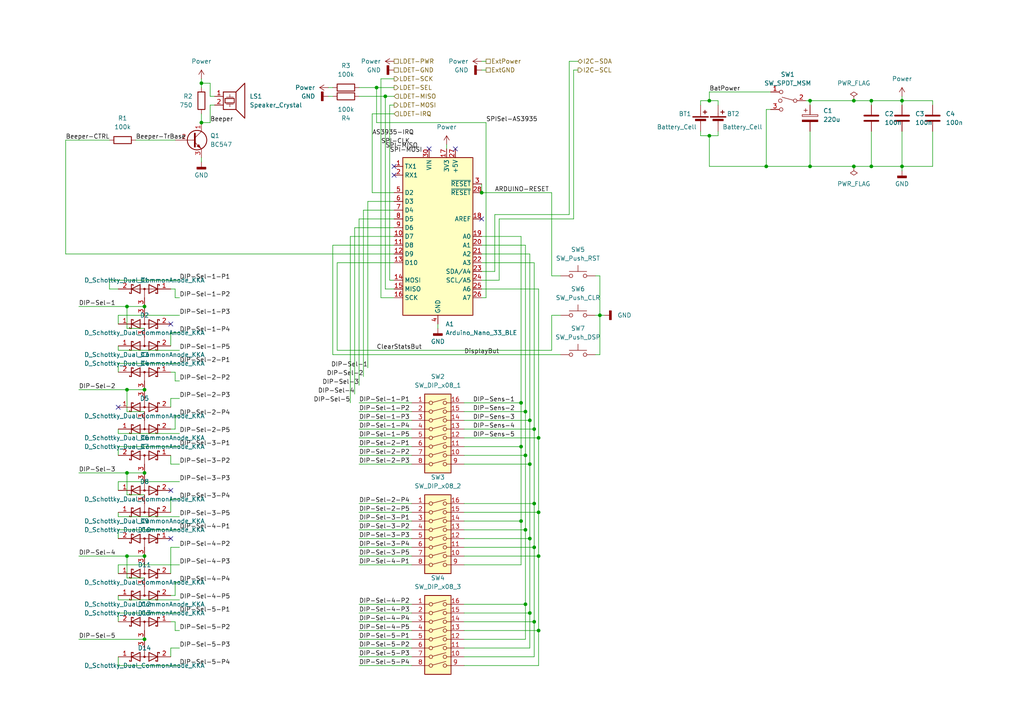
<source format=kicad_sch>
(kicad_sch (version 20231120) (generator "eeschema") (generator_version "8.0")
  (paper "A4")
  (title_block (title "Lightning Detector") (date "2025-01-02") (rev "v0.5.1") (comment 1 "Licensed under CERN-OHL-W version 2, or (at your option) any later version") (comment 2 "Copyright (C) 2024–2025 M. Frohne"))
  (lib_symbols
    (symbol "Device:Battery_Cell" (pin_numbers hide) (pin_names (offset 0) hide)
      (property "Reference" "BT" (at 2.54 2.54 0))
      (property "Value" "Battery_Cell" (at 2.54 0 0))
      (symbol "Battery_Cell_0_1"
        (rectangle (start -2.286 1.778) (end 2.286 1.524) (fill (type outline)))
        (rectangle (start -1.524 1.016) (end 1.524 0.508) (fill (type outline)))
        (polyline (pts (xy 0 0.762) (xy 0 0)))
        (polyline (pts (xy 0 1.778) (xy 0 2.54)))
        (polyline (pts (xy 0.762 3.048) (xy 1.778 3.048)) (stroke (width 0.254)))
        (polyline (pts (xy 1.27 3.556) (xy 1.27 2.54)) (stroke (width 0.254)))
      )
      (symbol "Battery_Cell_1_1"
        (pin passive line (at 0 5.08 270) (length 2.54) (name "+") (number "1"))
        (pin passive line (at 0 -2.54 90) (length 2.54) (name "-") (number "2"))
      )
    )
    (symbol "Device:C" (pin_numbers hide) (pin_names (offset 0.254))
      (property "Reference" "C" (at 0.635 2.54 0))
      (property "Value" "C" (at 0.635 -2.54 0))
      (symbol "C_0_1"
        (polyline (pts (xy -2.032 -0.762) (xy 2.032 -0.762)) (stroke (width 0.508)))
        (polyline (pts (xy -2.032 0.762) (xy 2.032 0.762)) (stroke (width 0.508)))
      )
      (symbol "C_1_1"
        (pin passive line (at 0 3.81 270) (length 2.794) (name "~") (number "1"))
        (pin passive line (at 0 -3.81 90) (length 2.794) (name "~") (number "2"))
      )
    )
    (symbol "Device:C_Polarized" (pin_numbers hide) (pin_names (offset 0.254))
      (property "Reference" "C" (at 0.635 2.54 0))
      (property "Value" "C_Polarized" (at 0.635 -2.54 0))
      (symbol "C_Polarized_0_1"
        (rectangle (start -2.286 0.508) (end 2.286 1.016))
        (polyline (pts (xy -1.778 2.286) (xy -0.762 2.286)))
        (polyline (pts (xy -1.27 2.794) (xy -1.27 1.778)))
        (rectangle (start 2.286 -0.508) (end -2.286 -1.016) (fill (type outline)))
      )
      (symbol "C_Polarized_1_1"
        (pin passive line (at 0 3.81 270) (length 2.794) (name "~") (number "1"))
        (pin passive line (at 0 -3.81 90) (length 2.794) (name "~") (number "2"))
      )
    )
    (symbol "Device:D_Schottky_Dual_CommonAnode_KKA" (pin_names (offset 0.762) hide)
      (property "Reference" "D" (at 1.27 -2.54 0))
      (property "Value" "D_Schottky_Dual_CommonAnode_KKA" (at 0 2.54 0))
      (symbol "D_Schottky_Dual_CommonAnode_KKA_0_1"
        (polyline (pts (xy -3.556 0) (xy 3.81 0)))
        (polyline (pts (xy 0 0) (xy 0 -2.54)))
        (polyline (pts (xy -3.81 1.27) (xy -3.81 -1.27) (xy -3.81 -1.27)) (stroke (width 0.254)))
        (polyline (pts (xy 3.81 1.27) (xy 3.81 -1.27) (xy 3.81 -1.27)) (stroke (width 0.254)))
        (polyline (pts (xy -3.81 1.27) (xy -4.318 1.27) (xy -4.318 1.016) (xy -4.318 1.016)) (stroke (width 0.254)))
        (polyline (pts (xy 3.81 -1.27) (xy 4.318 -1.27) (xy 4.318 -1.016) (xy 4.318 -1.016)) (stroke (width 0.254)))
        (polyline (pts (xy 3.81 1.27) (xy 3.302 1.27) (xy 3.302 1.016) (xy 3.302 1.016)) (stroke (width 0.254)))
        (polyline (pts (xy -3.302 -1.016) (xy -3.302 -1.27) (xy -3.81 -1.27) (xy -3.81 -1.27) (xy -3.81 -1.27)) (stroke (width 0.254)))
        (polyline (pts (xy -1.27 -1.27) (xy -3.81 0) (xy -1.27 1.27) (xy -1.27 -1.27) (xy -1.27 -1.27) (xy -1.27 -1.27)) (stroke (width 0.254)))
        (polyline (pts (xy 1.27 1.27) (xy 3.81 0) (xy 1.27 -1.27) (xy 1.27 1.27) (xy 1.27 1.27) (xy 1.27 1.27)) (stroke (width 0.254)))
        (circle (center 0 0) (radius 0.254) (fill (type outline)))
        (pin passive line (at -7.62 0 0) (length 3.81) (name "K") (number "1"))
        (pin passive line (at 7.62 0 180) (length 3.81) (name "K") (number "2"))
        (pin passive line (at 0 -5.08 90) (length 2.54) (name "A") (number "3"))
      )
    )
    (symbol "Device:R" (pin_numbers hide) (pin_names (offset 0))
      (property "Reference" "R" (at 2.032 0 90))
      (property "Value" "R" (at 0 0 90))
      (symbol "R_0_1"
        (rectangle (start -1.016 -2.54) (end 1.016 2.54) (stroke (width 0.254)))
      )
      (symbol "R_1_1"
        (pin passive line (at 0 3.81 270) (length 1.27) (name "~") (number "1"))
        (pin passive line (at 0 -3.81 90) (length 1.27) (name "~") (number "2"))
      )
    )
    (symbol "Device:Speaker_Crystal" (pin_names (offset 0) hide)
      (property "Reference" "LS" (at 0.635 5.715 0))
      (property "Value" "Speaker_Crystal" (at 0.635 3.81 0))
      (symbol "Speaker_Crystal_0_0"
        (rectangle (start -2.54 1.27) (end 1.143 -3.81) (stroke (width 0.254)))
        (rectangle (start -2.032 -0.635) (end 0.635 -1.905) (stroke (width 0.254)))
        (polyline (pts (xy -1.651 -2.286) (xy 0.381 -2.286)))
        (polyline (pts (xy -1.651 -0.254) (xy 0.381 -0.254)))
        (polyline (pts (xy -0.635 -2.286) (xy -0.635 -3.048)))
        (polyline (pts (xy -0.635 -0.254) (xy -0.635 0.508)))
        (polyline (pts (xy 1.143 1.27) (xy 3.683 3.81) (xy 3.683 -6.35) (xy 1.143 -3.81)) (stroke (width 0.254)))
      )
      (symbol "Speaker_Crystal_1_1"
        (pin input line (at -5.08 0 0) (length 2.54) (name "1") (number "1"))
        (pin input line (at -5.08 -2.54 0) (length 2.54) (name "2") (number "2"))
      )
    )
    (symbol "MCU_Module:Arduino_Nano_Every"
      (property "Reference" "A" (at -10.16 23.495 0))
      (property "Value" "Arduino_Nano_Every" (at 5.08 -24.13 0))
      (symbol "Arduino_Nano_Every_0_1"
        (rectangle (start -10.16 22.86) (end 10.16 -22.86) (stroke (width 0.254)) (fill (type background)))
      )
      (symbol "Arduino_Nano_Every_1_1"
        (pin bidirectional line (at -12.7 20.32 0) (length 2.54) (name "TX1") (number "1"))
        (pin bidirectional line (at -12.7 0 0) (length 2.54) (name "D7") (number "10"))
        (pin bidirectional line (at -12.7 -2.54 0) (length 2.54) (name "D8") (number "11"))
        (pin bidirectional line (at -12.7 -5.08 0) (length 2.54) (name "D9") (number "12"))
        (pin bidirectional line (at -12.7 -7.62 0) (length 2.54) (name "D10") (number "13"))
        (pin bidirectional line (at -12.7 -12.7 0) (length 2.54) (name "MOSI") (number "14"))
        (pin bidirectional line (at -12.7 -15.24 0) (length 2.54) (name "MISO") (number "15"))
        (pin bidirectional line (at -12.7 -17.78 0) (length 2.54) (name "SCK") (number "16"))
        (pin power_out line (at 2.54 25.4 270) (length 2.54) (name "3V3") (number "17"))
        (pin input line (at 12.7 5.08 180) (length 2.54) (name "AREF") (number "18"))
        (pin bidirectional line (at 12.7 0 180) (length 2.54) (name "A0") (number "19"))
        (pin bidirectional line (at -12.7 17.78 0) (length 2.54) (name "RX1") (number "2"))
        (pin bidirectional line (at 12.7 -2.54 180) (length 2.54) (name "A1") (number "20"))
        (pin bidirectional line (at 12.7 -5.08 180) (length 2.54) (name "A2") (number "21"))
        (pin bidirectional line (at 12.7 -7.62 180) (length 2.54) (name "A3") (number "22"))
        (pin bidirectional line (at 12.7 -10.16 180) (length 2.54) (name "SDA/A4") (number "23"))
        (pin bidirectional line (at 12.7 -12.7 180) (length 2.54) (name "SCL/A5") (number "24"))
        (pin bidirectional line (at 12.7 -15.24 180) (length 2.54) (name "A6") (number "25"))
        (pin bidirectional line (at 12.7 -17.78 180) (length 2.54) (name "A7") (number "26"))
        (pin power_out line (at 5.08 25.4 270) (length 2.54) (name "+5V") (number "27"))
        (pin input line (at 12.7 12.7 180) (length 2.54) (name "~{RESET}") (number "28"))
        (pin passive line (at 0 -25.4 90) (length 2.54) hide (name "GND") (number "29"))
        (pin input line (at 12.7 15.24 180) (length 2.54) (name "~{RESET}") (number "3"))
        (pin power_in line (at -2.54 25.4 270) (length 2.54) (name "VIN") (number "30"))
        (pin power_in line (at 0 -25.4 90) (length 2.54) (name "GND") (number "4"))
        (pin bidirectional line (at -12.7 12.7 0) (length 2.54) (name "D2") (number "5"))
        (pin bidirectional line (at -12.7 10.16 0) (length 2.54) (name "D3") (number "6"))
        (pin bidirectional line (at -12.7 7.62 0) (length 2.54) (name "D4") (number "7"))
        (pin bidirectional line (at -12.7 5.08 0) (length 2.54) (name "D5") (number "8"))
        (pin bidirectional line (at -12.7 2.54 0) (length 2.54) (name "D6") (number "9"))
      )
    )
    (symbol "ProjectLibrary:GND" (power) (pin_names (offset 0))
      (property "Value" "GND" (at 0 -3.81 0))
      (symbol "GND_0_1"
        (rectangle (start -1.27 -1.524) (end 1.27 -2.032) (stroke (width 0.254)) (fill (type outline)))
        (polyline (pts (xy 0 0) (xy 0 -1.524)))
      )
      (symbol "GND_1_1"
        (pin power_in line (at 0 0 270) (length 0) hide (name "GND") (number "1"))
      )
    )
    (symbol "ProjectLibrary:Power" (power) (pin_names (offset 0))
      (property "Value" "Power" (at 0 5.08 0))
      (symbol "Power_0_1"
        (polyline (pts (xy -0.762 1.27) (xy 0 2.54)))
        (polyline (pts (xy 0 0) (xy 0 2.54)))
        (polyline (pts (xy 0 2.54) (xy 0.762 1.27)))
      )
      (symbol "Power_1_1"
        (pin power_in line (at 0 0 90) (length 0) hide (name "Power") (number "1"))
      )
    )
    (symbol "Switch:SW_DIP_x08" (pin_names (offset 0) hide)
      (property "Reference" "SW" (at 0 13.97 0))
      (property "Value" "SW_DIP_x08" (at 0 -11.43 0))
      (symbol "SW_DIP_x08_0_0"
        (circle (center -2.032 -7.62) (radius 0.508))
        (circle (center -2.032 -5.08) (radius 0.508))
        (circle (center -2.032 -2.54) (radius 0.508))
        (circle (center -2.032 0) (radius 0.508))
        (circle (center -2.032 2.54) (radius 0.508))
        (circle (center -2.032 5.08) (radius 0.508))
        (circle (center -2.032 7.62) (radius 0.508))
        (circle (center -2.032 10.16) (radius 0.508))
        (polyline (pts (xy -1.524 -7.4676) (xy 2.3622 -6.4262)))
        (polyline (pts (xy -1.524 -4.9276) (xy 2.3622 -3.8862)))
        (polyline (pts (xy -1.524 -2.3876) (xy 2.3622 -1.3462)))
        (polyline (pts (xy -1.524 0.127) (xy 2.3622 1.1684)))
        (polyline (pts (xy -1.524 2.667) (xy 2.3622 3.7084)))
        (polyline (pts (xy -1.524 5.207) (xy 2.3622 6.2484)))
        (polyline (pts (xy -1.524 7.747) (xy 2.3622 8.7884)))
        (polyline (pts (xy -1.524 10.287) (xy 2.3622 11.3284)))
        (circle (center 2.032 -7.62) (radius 0.508))
        (circle (center 2.032 -5.08) (radius 0.508))
        (circle (center 2.032 -2.54) (radius 0.508))
        (circle (center 2.032 0) (radius 0.508))
        (circle (center 2.032 2.54) (radius 0.508))
        (circle (center 2.032 5.08) (radius 0.508))
        (circle (center 2.032 7.62) (radius 0.508))
        (circle (center 2.032 10.16) (radius 0.508))
      )
      (symbol "SW_DIP_x08_0_1"
        (rectangle (start -3.81 12.7) (end 3.81 -10.16) (stroke (width 0.254)) (fill (type background)))
      )
      (symbol "SW_DIP_x08_1_1"
        (pin passive line (at -7.62 10.16 0) (length 5.08) (name "~") (number "1"))
        (pin passive line (at 7.62 -5.08 180) (length 5.08) (name "~") (number "10"))
        (pin passive line (at 7.62 -2.54 180) (length 5.08) (name "~") (number "11"))
        (pin passive line (at 7.62 0 180) (length 5.08) (name "~") (number "12"))
        (pin passive line (at 7.62 2.54 180) (length 5.08) (name "~") (number "13"))
        (pin passive line (at 7.62 5.08 180) (length 5.08) (name "~") (number "14"))
        (pin passive line (at 7.62 7.62 180) (length 5.08) (name "~") (number "15"))
        (pin passive line (at 7.62 10.16 180) (length 5.08) (name "~") (number "16"))
        (pin passive line (at -7.62 7.62 0) (length 5.08) (name "~") (number "2"))
        (pin passive line (at -7.62 5.08 0) (length 5.08) (name "~") (number "3"))
        (pin passive line (at -7.62 2.54 0) (length 5.08) (name "~") (number "4"))
        (pin passive line (at -7.62 0 0) (length 5.08) (name "~") (number "5"))
        (pin passive line (at -7.62 -2.54 0) (length 5.08) (name "~") (number "6"))
        (pin passive line (at -7.62 -5.08 0) (length 5.08) (name "~") (number "7"))
        (pin passive line (at -7.62 -7.62 0) (length 5.08) (name "~") (number "8"))
        (pin passive line (at 7.62 -7.62 180) (length 5.08) (name "~") (number "9"))
      )
    )
    (symbol "Switch:SW_Push" (pin_numbers hide) (pin_names (offset 1.016) hide)
      (property "Reference" "SW" (at 1.27 2.54 0))
      (property "Value" "SW_Push" (at 0 -1.524 0))
      (symbol "SW_Push_0_1"
        (circle (center -2.032 0) (radius 0.508))
        (polyline (pts (xy 0 1.27) (xy 0 3.048)))
        (polyline (pts (xy 2.54 1.27) (xy -2.54 1.27)))
        (circle (center 2.032 0) (radius 0.508))
        (pin passive line (at -5.08 0 0) (length 2.54) (name "1") (number "1"))
        (pin passive line (at 5.08 0 180) (length 2.54) (name "2") (number "2"))
      )
    )
    (symbol "Switch:SW_SPDT_MSM" (pin_names (offset 0) hide)
      (property "Reference" "SW" (at 0 5.08 0))
      (property "Value" "SW_SPDT_MSM" (at 0 -5.08 0))
      (symbol "SW_SPDT_MSM_0_0"
        (circle (center -2.032 0) (radius 0.508))
        (polyline (pts (xy -1.524 0.127) (xy 1.778 1.016)))
        (circle (center 2.032 -2.54) (radius 0.508))
      )
      (symbol "SW_SPDT_MSM_0_1"
        (circle (center 2.032 2.54) (radius 0.508))
        (circle (center 2.286 0) (radius 0.508))
      )
      (symbol "SW_SPDT_MSM_1_1"
        (pin passive line (at 5.08 2.54 180) (length 2.54) (name "1") (number "1"))
        (pin passive line (at -5.08 0 0) (length 2.54) (name "2") (number "2"))
        (pin passive line (at 5.08 -2.54 180) (length 2.54) (name "3") (number "3"))
      )
    )
    (symbol "Transistor_BJT:BC547" (pin_names (offset 0) hide)
      (property "Reference" "Q" (at 5.08 1.905 0))
      (property "Value" "BC547" (at 5.08 0 0))
      (symbol "BC547_0_1"
        (polyline (pts (xy 0 0) (xy 0.635 0)))
        (polyline (pts (xy 0.635 0.635) (xy 2.54 2.54)))
        (polyline (pts (xy 0.635 -0.635) (xy 2.54 -2.54) (xy 2.54 -2.54)))
        (polyline (pts (xy 0.635 1.905) (xy 0.635 -1.905) (xy 0.635 -1.905)) (stroke (width 0.508)))
        (polyline (pts (xy 1.27 -1.778) (xy 1.778 -1.27) (xy 2.286 -2.286) (xy 1.27 -1.778) (xy 1.27 -1.778)) (fill (type outline)))
        (circle (center 1.27 0) (radius 2.8194) (stroke (width 0.254)))
      )
      (symbol "BC547_1_1"
        (pin passive line (at 2.54 5.08 270) (length 2.54) (name "C") (number "1"))
        (pin input line (at -5.08 0 0) (length 5.08) (name "B") (number "2"))
        (pin passive line (at 2.54 -5.08 90) (length 2.54) (name "E") (number "3"))
      )
    )
    (symbol "power:PWR_FLAG" (power) (pin_numbers hide) (pin_names (offset 0) hide)
      (property "Value" "PWR_FLAG" (at 0 3.81 0))
      (symbol "PWR_FLAG_0_0"
        (pin power_out line (at 0 0 90) (length 0) (name "pwr") (number "1"))
      )
      (symbol "PWR_FLAG_0_1"
        (polyline (pts (xy 0 0) (xy 0 1.27) (xy -1.016 1.905) (xy 0 2.54) (xy 1.016 1.905) (xy 0 1.27)))
      )
    )
  )
  (junction (at 41.91 137.16))
  (junction (at 247.65 48.26))
  (junction (at 111.76 27.94))
  (junction (at 151.13 116.84))
  (junction (at 154.94 180.34))
  (junction (at 156.21 148.59))
  (junction (at 36.83 88.9))
  (junction (at 156.21 161.29))
  (junction (at 234.95 48.26))
  (junction (at 156.21 182.88))
  (junction (at 173.99 91.44))
  (junction (at 154.94 124.46))
  (junction (at 153.67 134.62))
  (junction (at 58.42 35.56))
  (junction (at 205.74 39.37))
  (junction (at 247.65 29.21))
  (junction (at 153.67 177.8))
  (junction (at 153.67 156.21))
  (junction (at 41.91 113.03))
  (junction (at 151.13 129.54))
  (junction (at 261.62 29.21))
  (junction (at 154.94 146.05))
  (junction (at 36.83 113.03))
  (junction (at 41.91 185.42))
  (junction (at 252.73 48.26))
  (junction (at 234.95 29.21))
  (junction (at 153.67 121.92))
  (junction (at 151.13 151.13))
  (junction (at 152.4 153.67))
  (junction (at 205.74 29.21))
  (junction (at 41.91 88.9))
  (junction (at 261.62 48.26))
  (junction (at 36.83 161.29))
  (junction (at 154.94 158.75))
  (junction (at 36.83 137.16))
  (junction (at 58.42 24.13))
  (junction (at 139.7 55.88))
  (junction (at 41.91 161.29))
  (junction (at 109.22 25.4))
  (junction (at 152.4 175.26))
  (junction (at 252.73 29.21))
  (junction (at 222.25 48.26))
  (junction (at 156.21 127))
  (junction (at 152.4 119.38))
  (junction (at 152.4 132.08))
  (no_connect (at 132.08 43.18))
  (no_connect (at 124.46 43.18))
  (no_connect (at 114.3 50.8))
  (no_connect (at 139.7 63.5))
  (no_connect (at 49.53 93.98))
  (no_connect (at 49.53 156.21))
  (no_connect (at 114.3 48.26))
  (no_connect (at 49.53 142.24))
  (no_connect (at 34.29 118.11))
  (wire (pts (xy 41.91 143.51) (xy 36.83 143.51)))
  (wire (pts (xy 234.95 38.1) (xy 234.95 48.26)))
  (wire (pts (xy 104.14 158.75) (xy 119.38 158.75)))
  (wire (pts (xy 49.53 100.33) (xy 49.53 96.52)))
  (wire (pts (xy 58.42 22.86) (xy 58.42 24.13)))
  (wire (pts (xy 19.05 40.64) (xy 19.05 73.66)))
  (wire (pts (xy 34.29 93.98) (xy 34.29 91.44)))
  (wire (pts (xy 154.94 124.46) (xy 154.94 146.05)))
  (wire (pts (xy 205.74 29.21) (xy 208.28 29.21)))
  (wire (pts (xy 36.83 88.9) (xy 41.91 88.9)))
  (wire (pts (xy 105.41 60.96) (xy 105.41 109.22)))
  (wire (pts (xy 34.29 156.21) (xy 34.29 153.67)))
  (wire (pts (xy 134.62 187.96) (xy 153.67 187.96)))
  (wire (pts (xy 160.02 80.01) (xy 162.56 80.01)))
  (wire (pts (xy 152.4 119.38) (xy 134.62 119.38)))
  (wire (pts (xy 134.62 185.42) (xy 152.4 185.42)))
  (wire (pts (xy 19.05 73.66) (xy 114.3 73.66)))
  (wire (pts (xy 58.42 45.72) (xy 58.42 46.99)))
  (wire (pts (xy 151.13 129.54) (xy 151.13 151.13)))
  (wire (pts (xy 106.68 58.42) (xy 106.68 106.68)))
  (wire (pts (xy 153.67 73.66) (xy 153.67 121.92)))
  (wire (pts (xy 34.29 177.8) (xy 52.07 177.8)))
  (wire (pts (xy 104.14 63.5) (xy 104.14 111.76)))
  (wire (pts (xy 139.7 17.78) (xy 140.97 17.78)))
  (wire (pts (xy 60.96 35.56) (xy 58.42 35.56)))
  (wire (pts (xy 166.37 63.5) (xy 144.78 63.5)))
  (wire (pts (xy 107.95 55.88) (xy 114.3 55.88)))
  (wire (pts (xy 36.83 137.16) (xy 41.91 137.16)))
  (wire (pts (xy 22.86 161.29) (xy 36.83 161.29)))
  (wire (pts (xy 156.21 127) (xy 156.21 148.59)))
  (wire (pts (xy 166.37 20.32) (xy 166.37 63.5)))
  (wire (pts (xy 139.7 20.32) (xy 140.97 20.32)))
  (wire (pts (xy 107.95 33.02) (xy 107.95 55.88)))
  (wire (pts (xy 160.02 55.88) (xy 160.02 80.01)))
  (wire (pts (xy 205.74 39.37) (xy 205.74 48.26)))
  (wire (pts (xy 156.21 148.59) (xy 156.21 161.29)))
  (wire (pts (xy 104.14 185.42) (xy 119.38 185.42)))
  (wire (pts (xy 156.21 83.82) (xy 156.21 127)))
  (wire (pts (xy 104.14 161.29) (xy 119.38 161.29)))
  (wire (pts (xy 34.29 193.04) (xy 52.07 193.04)))
  (wire (pts (xy 34.29 91.44) (xy 52.07 91.44)))
  (wire (pts (xy 261.62 48.26) (xy 252.73 48.26)))
  (wire (pts (xy 152.4 132.08) (xy 152.4 153.67)))
  (wire (pts (xy 134.62 190.5) (xy 154.94 190.5)))
  (wire (pts (xy 34.29 101.6) (xy 52.07 101.6)))
  (wire (pts (xy 95.25 25.4) (xy 96.52 25.4)))
  (wire (pts (xy 34.29 100.33) (xy 34.29 101.6)))
  (wire (pts (xy 34.29 180.34) (xy 34.29 177.8)))
  (wire (pts (xy 139.7 86.36) (xy 140.97 86.36)))
  (wire (pts (xy 60.96 30.48) (xy 60.96 35.56)))
  (wire (pts (xy 129.54 41.91) (xy 129.54 43.18)))
  (wire (pts (xy 143.51 78.74) (xy 143.51 62.23)))
  (wire (pts (xy 104.14 134.62) (xy 119.38 134.62)))
  (wire (pts (xy 134.62 127) (xy 156.21 127)))
  (wire (pts (xy 203.2 39.37) (xy 205.74 39.37)))
  (wire (pts (xy 222.25 31.75) (xy 222.25 48.26)))
  (wire (pts (xy 97.79 101.6) (xy 160.02 101.6)))
  (wire (pts (xy 114.3 63.5) (xy 104.14 63.5)))
  (wire (pts (xy 153.67 134.62) (xy 153.67 156.21)))
  (wire (pts (xy 110.49 86.36) (xy 110.49 22.86)))
  (wire (pts (xy 34.29 129.54) (xy 52.07 129.54)))
  (wire (pts (xy 22.86 137.16) (xy 36.83 137.16)))
  (wire (pts (xy 50.8 83.82) (xy 50.8 86.36)))
  (wire (pts (xy 270.51 38.1) (xy 270.51 48.26)))
  (wire (pts (xy 134.62 175.26) (xy 152.4 175.26)))
  (wire (pts (xy 160.02 101.6) (xy 160.02 91.44)))
  (wire (pts (xy 134.62 132.08) (xy 152.4 132.08)))
  (wire (pts (xy 49.53 124.46) (xy 50.8 124.46)))
  (wire (pts (xy 173.99 80.01) (xy 172.72 80.01)))
  (wire (pts (xy 104.14 156.21) (xy 119.38 156.21)))
  (wire (pts (xy 160.02 91.44) (xy 162.56 91.44)))
  (wire (pts (xy 34.29 139.7) (xy 52.07 139.7)))
  (wire (pts (xy 223.52 26.67) (xy 205.74 26.67)))
  (wire (pts (xy 36.83 113.03) (xy 41.91 113.03)))
  (wire (pts (xy 34.29 125.73) (xy 52.07 125.73)))
  (wire (pts (xy 247.65 29.21) (xy 234.95 29.21)))
  (wire (pts (xy 114.3 86.36) (xy 110.49 86.36)))
  (wire (pts (xy 60.96 24.13) (xy 58.42 24.13)))
  (wire (pts (xy 36.83 119.38) (xy 36.83 113.03)))
  (wire (pts (xy 34.29 132.08) (xy 34.29 129.54)))
  (wire (pts (xy 172.72 91.44) (xy 173.99 91.44)))
  (wire (pts (xy 104.14 121.92) (xy 119.38 121.92)))
  (wire (pts (xy 127 93.98) (xy 127 95.25)))
  (wire (pts (xy 34.29 173.99) (xy 52.07 173.99)))
  (wire (pts (xy 102.87 66.04) (xy 102.87 114.3)))
  (wire (pts (xy 165.1 17.78) (xy 167.64 17.78)))
  (wire (pts (xy 114.3 58.42) (xy 106.68 58.42)))
  (wire (pts (xy 49.53 83.82) (xy 50.8 83.82)))
  (wire (pts (xy 203.2 39.37) (xy 203.2 38.1)))
  (wire (pts (xy 111.76 83.82) (xy 111.76 27.94)))
  (wire (pts (xy 109.22 35.56) (xy 109.22 25.4)))
  (wire (pts (xy 156.21 193.04) (xy 156.21 182.88)))
  (wire (pts (xy 34.29 105.41) (xy 52.07 105.41)))
  (wire (pts (xy 104.14 177.8) (xy 119.38 177.8)))
  (wire (pts (xy 104.14 175.26) (xy 119.38 175.26)))
  (wire (pts (xy 173.99 102.87) (xy 172.72 102.87)))
  (wire (pts (xy 110.49 22.86) (xy 114.3 22.86)))
  (wire (pts (xy 134.62 156.21) (xy 153.67 156.21)))
  (wire (pts (xy 154.94 180.34) (xy 154.94 158.75)))
  (wire (pts (xy 134.62 158.75) (xy 154.94 158.75)))
  (wire (pts (xy 139.7 71.12) (xy 152.4 71.12)))
  (wire (pts (xy 104.14 148.59) (xy 119.38 148.59)))
  (wire (pts (xy 101.6 68.58) (xy 101.6 116.84)))
  (wire (pts (xy 49.53 96.52) (xy 52.07 96.52)))
  (wire (pts (xy 49.53 180.34) (xy 50.8 180.34)))
  (wire (pts (xy 233.68 29.21) (xy 234.95 29.21)))
  (wire (pts (xy 49.53 115.57) (xy 52.07 115.57)))
  (wire (pts (xy 49.53 190.5) (xy 49.53 187.96)))
  (wire (pts (xy 49.53 132.08) (xy 49.53 134.62)))
  (wire (pts (xy 31.75 83.82) (xy 31.75 81.28)))
  (wire (pts (xy 62.23 27.94) (xy 60.96 27.94)))
  (wire (pts (xy 152.4 185.42) (xy 152.4 175.26)))
  (wire (pts (xy 104.14 163.83) (xy 119.38 163.83)))
  (wire (pts (xy 114.3 81.28) (xy 113.03 81.28)))
  (wire (pts (xy 140.97 86.36) (xy 140.97 35.56)))
  (wire (pts (xy 139.7 78.74) (xy 143.51 78.74)))
  (wire (pts (xy 165.1 62.23) (xy 143.51 62.23)))
  (wire (pts (xy 22.86 88.9) (xy 36.83 88.9)))
  (wire (pts (xy 134.62 146.05) (xy 154.94 146.05)))
  (wire (pts (xy 22.86 185.42) (xy 41.91 185.42)))
  (wire (pts (xy 34.29 83.82) (xy 31.75 83.82)))
  (wire (pts (xy 114.3 71.12) (xy 96.52 71.12)))
  (wire (pts (xy 134.62 180.34) (xy 154.94 180.34)))
  (wire (pts (xy 134.62 151.13) (xy 151.13 151.13)))
  (wire (pts (xy 270.51 30.48) (xy 270.51 29.21)))
  (wire (pts (xy 134.62 177.8) (xy 153.67 177.8)))
  (wire (pts (xy 50.8 110.49) (xy 52.07 110.49)))
  (wire (pts (xy 97.79 76.2) (xy 97.79 101.6)))
  (wire (pts (xy 34.29 166.37) (xy 34.29 163.83)))
  (wire (pts (xy 261.62 27.94) (xy 261.62 29.21)))
  (wire (pts (xy 104.14 116.84) (xy 119.38 116.84)))
  (wire (pts (xy 96.52 71.12) (xy 96.52 102.87)))
  (wire (pts (xy 154.94 146.05) (xy 154.94 158.75)))
  (wire (pts (xy 50.8 120.65) (xy 52.07 120.65)))
  (wire (pts (xy 252.73 29.21) (xy 247.65 29.21)))
  (wire (pts (xy 49.53 134.62) (xy 52.07 134.62)))
  (wire (pts (xy 205.74 29.21) (xy 203.2 29.21)))
  (wire (pts (xy 34.29 142.24) (xy 34.29 139.7)))
  (wire (pts (xy 173.99 91.44) (xy 173.99 102.87)))
  (wire (pts (xy 154.94 124.46) (xy 134.62 124.46)))
  (wire (pts (xy 153.67 121.92) (xy 134.62 121.92)))
  (wire (pts (xy 104.14 146.05) (xy 119.38 146.05)))
  (wire (pts (xy 114.3 76.2) (xy 97.79 76.2)))
  (wire (pts (xy 252.73 29.21) (xy 261.62 29.21)))
  (wire (pts (xy 36.83 161.29) (xy 41.91 161.29)))
  (wire (pts (xy 134.62 193.04) (xy 156.21 193.04)))
  (wire (pts (xy 234.95 29.21) (xy 234.95 30.48)))
  (wire (pts (xy 49.53 148.59) (xy 49.53 144.78)))
  (wire (pts (xy 139.7 68.58) (xy 151.13 68.58)))
  (wire (pts (xy 113.03 81.28) (xy 113.03 30.48)))
  (wire (pts (xy 152.4 119.38) (xy 152.4 132.08)))
  (wire (pts (xy 95.25 27.94) (xy 96.52 27.94)))
  (wire (pts (xy 113.03 30.48) (xy 114.3 30.48)))
  (wire (pts (xy 34.29 149.86) (xy 52.07 149.86)))
  (wire (pts (xy 104.14 193.04) (xy 119.38 193.04)))
  (wire (pts (xy 34.29 124.46) (xy 34.29 125.73)))
  (wire (pts (xy 152.4 175.26) (xy 152.4 153.67)))
  (wire (pts (xy 49.53 172.72) (xy 50.8 172.72)))
  (wire (pts (xy 139.7 81.28) (xy 144.78 81.28)))
  (wire (pts (xy 58.42 33.02) (xy 58.42 35.56)))
  (wire (pts (xy 134.62 153.67) (xy 152.4 153.67)))
  (wire (pts (xy 139.7 55.88) (xy 160.02 55.88)))
  (wire (pts (xy 58.42 24.13) (xy 58.42 25.4)))
  (wire (pts (xy 222.25 48.26) (xy 234.95 48.26)))
  (wire (pts (xy 49.53 144.78) (xy 52.07 144.78)))
  (wire (pts (xy 151.13 116.84) (xy 134.62 116.84)))
  (wire (pts (xy 62.23 30.48) (xy 60.96 30.48)))
  (wire (pts (xy 114.3 83.82) (xy 111.76 83.82)))
  (wire (pts (xy 114.3 66.04) (xy 102.87 66.04)))
  (wire (pts (xy 166.37 20.32) (xy 167.64 20.32)))
  (wire (pts (xy 104.14 124.46) (xy 119.38 124.46)))
  (wire (pts (xy 270.51 29.21) (xy 261.62 29.21)))
  (wire (pts (xy 22.86 113.03) (xy 36.83 113.03)))
  (wire (pts (xy 139.7 83.82) (xy 156.21 83.82)))
  (wire (pts (xy 50.8 172.72) (xy 50.8 168.91)))
  (wire (pts (xy 104.14 153.67) (xy 119.38 153.67)))
  (wire (pts (xy 34.29 153.67) (xy 52.07 153.67)))
  (wire (pts (xy 114.3 60.96) (xy 105.41 60.96)))
  (wire (pts (xy 49.53 166.37) (xy 49.53 158.75)))
  (wire (pts (xy 151.13 116.84) (xy 151.13 129.54)))
  (wire (pts (xy 154.94 76.2) (xy 154.94 124.46)))
  (wire (pts (xy 203.2 29.21) (xy 203.2 30.48)))
  (wire (pts (xy 49.53 107.95) (xy 50.8 107.95)))
  (wire (pts (xy 156.21 182.88) (xy 156.21 161.29)))
  (wire (pts (xy 134.62 161.29) (xy 156.21 161.29)))
  (wire (pts (xy 49.53 187.96) (xy 52.07 187.96)))
  (wire (pts (xy 205.74 48.26) (xy 222.25 48.26)))
  (wire (pts (xy 31.75 81.28) (xy 52.07 81.28)))
  (wire (pts (xy 134.62 182.88) (xy 156.21 182.88)))
  (wire (pts (xy 104.14 127) (xy 119.38 127)))
  (wire (pts (xy 208.28 39.37) (xy 208.28 38.1)))
  (wire (pts (xy 208.28 29.21) (xy 208.28 30.48)))
  (wire (pts (xy 205.74 26.67) (xy 205.74 29.21)))
  (wire (pts (xy 252.73 29.21) (xy 252.73 30.48)))
  (wire (pts (xy 134.62 163.83) (xy 151.13 163.83)))
  (wire (pts (xy 39.37 40.64) (xy 50.8 40.64)))
  (wire (pts (xy 270.51 48.26) (xy 261.62 48.26)))
  (wire (pts (xy 104.14 132.08) (xy 119.38 132.08)))
  (wire (pts (xy 50.8 168.91) (xy 52.07 168.91)))
  (wire (pts (xy 111.76 27.94) (xy 114.3 27.94)))
  (wire (pts (xy 252.73 38.1) (xy 252.73 48.26)))
  (wire (pts (xy 247.65 48.26) (xy 234.95 48.26)))
  (wire (pts (xy 60.96 27.94) (xy 60.96 24.13)))
  (wire (pts (xy 34.29 190.5) (xy 34.29 193.04)))
  (wire (pts (xy 104.14 119.38) (xy 119.38 119.38)))
  (wire (pts (xy 49.53 118.11) (xy 49.53 115.57)))
  (wire (pts (xy 114.3 33.02) (xy 107.95 33.02)))
  (wire (pts (xy 104.14 190.5) (xy 119.38 190.5)))
  (wire (pts (xy 144.78 81.28) (xy 144.78 63.5)))
  (wire (pts (xy 36.83 95.25) (xy 36.83 88.9)))
  (wire (pts (xy 104.14 187.96) (xy 119.38 187.96)))
  (wire (pts (xy 205.74 39.37) (xy 208.28 39.37)))
  (wire (pts (xy 36.83 167.64) (xy 36.83 161.29)))
  (wire (pts (xy 49.53 158.75) (xy 52.07 158.75)))
  (wire (pts (xy 134.62 129.54) (xy 151.13 129.54)))
  (wire (pts (xy 104.14 25.4) (xy 109.22 25.4)))
  (wire (pts (xy 139.7 76.2) (xy 154.94 76.2)))
  (wire (pts (xy 104.14 27.94) (xy 111.76 27.94)))
  (wire (pts (xy 114.3 68.58) (xy 101.6 68.58)))
  (wire (pts (xy 154.94 190.5) (xy 154.94 180.34)))
  (wire (pts (xy 261.62 30.48) (xy 261.62 29.21)))
  (wire (pts (xy 151.13 163.83) (xy 151.13 151.13)))
  (wire (pts (xy 50.8 124.46) (xy 50.8 120.65)))
  (wire (pts (xy 41.91 119.38) (xy 36.83 119.38)))
  (wire (pts (xy 223.52 31.75) (xy 222.25 31.75)))
  (wire (pts (xy 261.62 38.1) (xy 261.62 48.26)))
  (wire (pts (xy 50.8 182.88) (xy 52.07 182.88)))
  (wire (pts (xy 134.62 134.62) (xy 153.67 134.62)))
  (wire (pts (xy 109.22 25.4) (xy 114.3 25.4)))
  (wire (pts (xy 153.67 177.8) (xy 153.67 156.21)))
  (wire (pts (xy 34.29 107.95) (xy 34.29 105.41)))
  (wire (pts (xy 153.67 121.92) (xy 153.67 134.62)))
  (wire (pts (xy 41.91 95.25) (xy 36.83 95.25)))
  (wire (pts (xy 50.8 86.36) (xy 52.07 86.36)))
  (wire (pts (xy 96.52 102.87) (xy 162.56 102.87)))
  (wire (pts (xy 104.14 129.54) (xy 119.38 129.54)))
  (wire (pts (xy 41.91 167.64) (xy 36.83 167.64)))
  (wire (pts (xy 175.26 91.44) (xy 173.99 91.44)))
  (wire (pts (xy 104.14 182.88) (xy 119.38 182.88)))
  (wire (pts (xy 134.62 148.59) (xy 156.21 148.59)))
  (wire (pts (xy 34.29 148.59) (xy 34.29 149.86)))
  (wire (pts (xy 252.73 48.26) (xy 247.65 48.26)))
  (wire (pts (xy 34.29 163.83) (xy 52.07 163.83)))
  (wire (pts (xy 34.29 172.72) (xy 34.29 173.99)))
  (wire (pts (xy 165.1 17.78) (xy 165.1 62.23)))
  (wire (pts (xy 261.62 48.26) (xy 261.62 49.53)))
  (wire (pts (xy 153.67 187.96) (xy 153.67 177.8)))
  (wire (pts (xy 139.7 73.66) (xy 153.67 73.66)))
  (wire (pts (xy 36.83 143.51) (xy 36.83 137.16)))
  (wire (pts (xy 104.14 151.13) (xy 119.38 151.13)))
  (wire (pts (xy 50.8 180.34) (xy 50.8 182.88)))
  (wire (pts (xy 50.8 107.95) (xy 50.8 110.49)))
  (wire (pts (xy 151.13 68.58) (xy 151.13 116.84)))
  (wire (pts (xy 173.99 80.01) (xy 173.99 91.44)))
  (wire (pts (xy 104.14 180.34) (xy 119.38 180.34)))
  (wire (pts (xy 140.97 35.56) (xy 109.22 35.56)))
  (wire (pts (xy 139.7 53.34) (xy 139.7 55.88)))
  (wire (pts (xy 31.75 40.64) (xy 19.05 40.64)))
  (wire (pts (xy 152.4 71.12) (xy 152.4 119.38)))
  (label "DIP-Sel-4" (at 22.86 161.29 0))
  (label "DIP-Sel-5-P1" (at 104.14 185.42 0))
  (label "DIP-Sel-3" (at 104.14 111.76 180))
  (label "ClearStatsBut" (at 109.22 101.6 0))
  (label "DIP-Sel-1-P2" (at 52.07 86.36 0))
  (label "DIP-Sel-1" (at 106.68 106.68 180))
  (label "DIP-Sel-2-P5" (at 52.07 125.73 0))
  (label "DIP-Sel-2" (at 105.41 109.22 180))
  (label "DIP-Sel-2-P1" (at 52.07 105.41 0))
  (label "DIP-Sel-1-P5" (at 52.07 101.6 0))
  (label "DIP-Sel-5-P2" (at 52.07 182.88 0))
  (label "DIP-Sel-4-P4" (at 104.14 180.34 0))
  (label "DIP-Sel-3-P3" (at 52.07 139.7 0))
  (label "ARDUINO-RESET" (at 143.51 55.88 0))
  (label "Beeper" (at 60.96 35.56 0))
  (label "DIP-Sel-5-P4" (at 104.14 193.04 0))
  (label "DIP-Sel-3-P5" (at 52.07 149.86 0))
  (label "Beeper-TrBase" (at 39.37 40.64 0))
  (label "DIP-Sel-3-P4" (at 104.14 158.75 0))
  (label "DisplayBut" (at 134.62 102.87 0))
  (label "DIP-Sel-2-P5" (at 104.14 148.59 0))
  (label "DIP-Sel-3-P1" (at 104.14 151.13 0))
  (label "DIP-Sel-1-P1" (at 52.07 81.28 0))
  (label "DIP-Sel-4" (at 102.87 114.3 180))
  (label "DIP-Sel-5-P1" (at 52.07 177.8 0))
  (label "DIP-Sel-3-P1" (at 52.07 129.54 0))
  (label "DIP-Sel-2-P1" (at 104.14 129.54 0))
  (label "DIP-Sel-1-P4" (at 104.14 124.46 0))
  (label "DIP-Sel-2-P4" (at 104.14 146.05 0))
  (label "DIP-Sel-5-P3" (at 104.14 190.5 0))
  (label "DIP-Sel-3-P4" (at 52.07 144.78 0))
  (label "DIP-Sel-1" (at 22.86 88.9 0))
  (label "DIP-Sel-3-P2" (at 104.14 153.67 0))
  (label "DIP-Sel-1-P3" (at 104.14 121.92 0))
  (label "AS3935-IRQ" (at 107.95 39.37 0))
  (label "DIP-Sel-2" (at 22.86 113.03 0))
  (label "DIP-Sel-5-P3" (at 52.07 187.96 0))
  (label "DIP-Sens-5" (at 137.16 127 0))
  (label "DIP-Sel-2-P2" (at 104.14 132.08 0))
  (label "DIP-Sel-1-P3" (at 52.07 91.44 0))
  (label "DIP-Sel-5-P4" (at 52.07 193.04 0))
  (label "DIP-Sens-1" (at 137.16 116.84 0))
  (label "DIP-Sel-4-P1" (at 52.07 153.67 0))
  (label "DIP-Sel-1-P1" (at 104.14 116.84 0))
  (label "SPI-CLK" (at 110.49 41.91 0))
  (label "DIP-Sel-2-P3" (at 104.14 134.62 0))
  (label "DIP-Sel-3-P3" (at 104.14 156.21 0))
  (label "DIP-Sel-5" (at 101.6 116.84 180))
  (label "BatPower" (at 205.74 26.67 0))
  (label "DIP-Sel-3" (at 22.86 137.16 0))
  (label "DIP-Sel-2-P3" (at 52.07 115.57 0))
  (label "Beeper-CTRL" (at 19.05 40.64 0))
  (label "DIP-Sel-4-P3" (at 104.14 177.8 0))
  (label "DIP-Sel-1-P5" (at 104.14 127 0))
  (label "DIP-Sel-4-P5" (at 104.14 182.88 0))
  (label "DIP-Sel-3-P5" (at 104.14 161.29 0))
  (label "DIP-Sens-2" (at 137.16 119.38 0))
  (label "DIP-Sel-5" (at 22.86 185.42 0))
  (label "DIP-Sel-2-P2" (at 52.07 110.49 0))
  (label "DIP-Sel-4-P2" (at 104.14 175.26 0))
  (label "SPISel-AS3935" (at 140.97 35.56 0))
  (label "DIP-Sel-4-P5" (at 52.07 173.99 0))
  (label "DIP-Sel-1-P4" (at 52.07 96.52 0))
  (label "DIP-Sel-2-P4" (at 52.07 120.65 0))
  (label "DIP-Sel-5-P2" (at 104.14 187.96 0))
  (label "SPI-MISO" (at 111.76 43.18 0))
  (label "DIP-Sel-4-P2" (at 52.07 158.75 0))
  (label "DIP-Sel-4-P3" (at 52.07 163.83 0))
  (label "DIP-Sens-3" (at 137.16 121.92 0))
  (label "SPI-MOSI" (at 113.03 44.45 0))
  (label "DIP-Sel-4-P1" (at 104.14 163.83 0))
  (label "DIP-Sel-4-P4" (at 52.07 168.91 0))
  (label "DIP-Sel-1-P2" (at 104.14 119.38 0))
  (label "DIP-Sens-4" (at 137.16 124.46 0))
  (label "DIP-Sel-3-P2" (at 52.07 134.62 0))
  (hierarchical_label "LDET-MOSI" (shape output) (at 114.3 30.48 0))
  (hierarchical_label "ExtPower" (shape passive) (at 140.97 17.78 0))
  (hierarchical_label "LDET-IRQ" (shape input) (at 114.3 33.02 0))
  (hierarchical_label "I2C-SDA" (shape bidirectional) (at 167.64 17.78 0))
  (hierarchical_label "LDET-PWR" (shape passive) (at 114.3 17.78 0))
  (hierarchical_label "ExtGND" (shape passive) (at 140.97 20.32 0))
  (hierarchical_label "LDET-MISO" (shape input) (at 114.3 27.94 0))
  (hierarchical_label "LDET-GND" (shape passive) (at 114.3 20.32 0))
  (hierarchical_label "LDET-SCK" (shape output) (at 114.3 22.86 0))
  (hierarchical_label "I2C-SCL" (shape output) (at 167.64 20.32 0))
  (hierarchical_label "LDET-SEL" (shape output) (at 114.3 25.4 0))
  (symbol (lib_id "Switch:SW_DIP_x08") (at 127 127 0) (unit 1)
    (property "Reference" "SW2" (at 127 109.22 0))
    (property "Value" "SW_DIP_x08_1" (at 127 111.76 0))
  )
  (symbol (lib_id "Device:D_Schottky_Dual_CommonAnode_KKA") (at 41.91 190.5 0) (mirror x) (unit 1)
    (property "Reference" "D14" (at 41.91 187.96 0))
    (property "Value" "D_Schottky_Dual_CommonAnode_KKA" (at 41.91 193.04 0))
  )
  (symbol (lib_id "Device:D_Schottky_Dual_CommonAnode_KKA") (at 41.91 172.72 0) (mirror x) (unit 1)
    (property "Reference" "D12" (at 41.91 175.26 0))
    (property "Value" "D_Schottky_Dual_CommonAnode_KKA" (at 41.91 175.26 0))
  )
  (symbol (lib_id "Device:D_Schottky_Dual_CommonAnode_KKA") (at 41.91 142.24 0) (mirror x) (unit 1)
    (property "Reference" "D8" (at 41.91 139.7 0))
    (property "Value" "D_Schottky_Dual_CommonAnode_KKA" (at 41.91 144.78 0))
  )
  (symbol (lib_id "ProjectLibrary:GND") (at 127 95.25 0) (unit 1)
    (property "Reference" "#PWR04" (effects (hide yes)))
    (property "Value" "GND" (at 127 99.06 0))
  )
  (symbol (lib_id "Switch:SW_Push") (at 167.64 91.44 0) (unit 1)
    (property "Reference" "SW6" (at 167.64 83.82 0))
    (property "Value" "SW_Push_CLR" (at 167.64 86.36 0))
  )
  (symbol (lib_id "Switch:SW_Push") (at 167.64 80.01 0) (unit 1)
    (property "Reference" "SW5" (at 167.64 72.39 0))
    (property "Value" "SW_Push_RST" (at 167.64 74.93 0))
  )
  (symbol (lib_id "Switch:SW_SPDT_MSM") (at 228.6 29.21 0) (mirror y) (unit 1)
    (property "Reference" "SW1" (at 228.473 21.59 0))
    (property "Value" "SW_SPDT_MSM" (at 228.473 24.13 0))
  )
  (symbol (lib_id "ProjectLibrary:GND") (at 114.3 20.32 270) (unit 1)
    (property "Reference" "#PWR06" (effects (hide yes)))
    (property "Value" "GND" (at 110.49 20.32 90) (effects (justify right)))
  )
  (symbol (lib_id "Device:D_Schottky_Dual_CommonAnode_KKA") (at 41.91 148.59 0) (mirror x) (unit 1)
    (property "Reference" "D9" (at 41.91 151.13 0))
    (property "Value" "D_Schottky_Dual_CommonAnode_KKA" (at 41.91 151.13 0))
  )
  (symbol (lib_id "power:PWR_FLAG") (at 247.65 48.26 0) (mirror x) (unit 1)
    (property "Reference" "#FLG02" (effects (hide yes)))
    (property "Value" "PWR_FLAG" (at 247.65 53.34 0))
  )
  (symbol (lib_id "Switch:SW_DIP_x08") (at 127 185.42 0) (unit 1)
    (property "Reference" "SW4" (at 127 167.64 0))
    (property "Value" "SW_DIP_x08_3" (at 127 170.18 0))
  )
  (symbol (lib_id "Device:D_Schottky_Dual_CommonAnode_KKA") (at 41.91 180.34 0) (mirror y) (unit 1)
    (property "Reference" "D13" (at 41.91 177.8 0))
    (property "Value" "D_Schottky_Dual_CommonAnode_KKA" (at 41.91 177.8 0))
  )
  (symbol (lib_id "Device:C") (at 252.73 34.29 0) (unit 1)
    (property "Reference" "C2" (at 256.54 33.02 0) (effects (justify left)))
    (property "Value" "100n" (at 256.54 35.56 0) (effects (justify left)))
  )
  (symbol (lib_id "ProjectLibrary:Power") (at 129.54 41.91 0) (unit 1)
    (property "Reference" "#PWR03" (effects (hide yes)))
    (property "Value" "Power" (at 129.54 36.83 0))
  )
  (symbol (lib_id "Transistor_BJT:BC547") (at 55.88 40.64 0) (unit 1)
    (property "Reference" "Q1" (at 60.96 39.37 0) (effects (justify left)))
    (property "Value" "BC547" (at 60.96 41.91 0) (effects (justify left)))
    (property "Footprint" "Package_TO_SOT_THT:TO-92_Inline" (effects (hide yes)))
    (property "Datasheet" "https://www.onsemi.com/pub/Collateral/BC550-D.pdf" (effects (hide yes)))
  )
  (symbol (lib_id "Device:R") (at 35.56 40.64 90) (unit 1)
    (property "Reference" "R1" (at 35.56 34.29 90))
    (property "Value" "100k" (at 35.56 36.83 90))
  )
  (symbol (lib_id "Device:D_Schottky_Dual_CommonAnode_KKA") (at 41.91 93.98 0) (mirror x) (unit 1)
    (property "Reference" "D2" (at 41.91 91.44 0))
    (property "Value" "D_Schottky_Dual_CommonAnode_KKA" (at 41.91 96.52 0))
  )
  (symbol (lib_id "ProjectLibrary:GND") (at 58.42 46.99 0) (unit 1)
    (property "Reference" "#PWR010" (effects (hide yes)))
    (property "Value" "GND" (at 58.42 50.8 0))
  )
  (symbol (lib_id "ProjectLibrary:Power") (at 95.25 25.4 90) (unit 1)
    (property "Reference" "#PWR012" (effects (hide yes)))
    (property "Value" "Power" (at 91.44 25.4 90) (effects (justify left)))
  )
  (symbol (lib_id "Device:C") (at 270.51 34.29 0) (unit 1)
    (property "Reference" "C4" (at 274.32 33.02 0) (effects (justify left)))
    (property "Value" "100n" (at 274.32 35.56 0) (effects (justify left)))
  )
  (symbol (lib_id "Device:C") (at 261.62 34.29 0) (unit 1)
    (property "Reference" "C3" (at 265.43 33.02 0) (effects (justify left)))
    (property "Value" "100n" (at 265.43 35.56 0) (effects (justify left)))
  )
  (symbol (lib_id "ProjectLibrary:GND") (at 95.25 27.94 270) (unit 1)
    (property "Reference" "#PWR013" (effects (hide yes)))
    (property "Value" "GND" (at 91.44 27.94 90) (effects (justify right)))
  )
  (symbol (lib_id "ProjectLibrary:Power") (at 261.62 27.94 0) (unit 1)
    (property "Reference" "#PWR01" (effects (hide yes)))
    (property "Value" "Power" (at 261.62 22.86 0))
  )
  (symbol (lib_id "Device:D_Schottky_Dual_CommonAnode_KKA") (at 41.91 83.82 0) (mirror y) (unit 1)
    (property "Reference" "D1" (at 41.91 81.28 0))
    (property "Value" "D_Schottky_Dual_CommonAnode_KKA" (at 41.91 81.28 0))
  )
  (symbol (lib_id "Device:D_Schottky_Dual_CommonAnode_KKA") (at 41.91 156.21 0) (mirror y) (unit 1)
    (property "Reference" "D10" (at 41.91 153.67 0))
    (property "Value" "D_Schottky_Dual_CommonAnode_KKA" (at 41.91 153.67 0))
  )
  (symbol (lib_id "ProjectLibrary:GND") (at 261.62 49.53 0) (unit 1)
    (property "Reference" "#PWR02" (effects (hide yes)))
    (property "Value" "GND" (at 261.62 53.34 0))
  )
  (symbol (lib_id "Device:R") (at 100.33 27.94 90) (mirror x) (unit 1)
    (property "Reference" "R4" (at 100.33 34.29 90))
    (property "Value" "100k" (at 100.33 31.75 90))
  )
  (symbol (lib_id "Device:D_Schottky_Dual_CommonAnode_KKA") (at 41.91 132.08 0) (mirror y) (unit 1)
    (property "Reference" "D7" (at 41.91 129.54 0))
    (property "Value" "D_Schottky_Dual_CommonAnode_KKA" (at 41.91 129.54 0))
  )
  (symbol (lib_id "Switch:SW_DIP_x08") (at 127 156.21 0) (unit 1)
    (property "Reference" "SW3" (at 127 138.43 0))
    (property "Value" "SW_DIP_x08_2" (at 127 140.97 0))
  )
  (symbol (lib_id "Device:D_Schottky_Dual_CommonAnode_KKA") (at 41.91 118.11 0) (mirror x) (unit 1)
    (property "Reference" "D5" (at 41.91 115.57 0))
    (property "Value" "D_Schottky_Dual_CommonAnode_KKA" (at 41.91 120.65 0))
  )
  (symbol (lib_id "Device:D_Schottky_Dual_CommonAnode_KKA") (at 41.91 100.33 0) (mirror x) (unit 1)
    (property "Reference" "D3" (at 41.91 102.87 0))
    (property "Value" "D_Schottky_Dual_CommonAnode_KKA" (at 41.91 102.87 0))
  )
  (symbol (lib_id "ProjectLibrary:GND") (at 139.7 20.32 270) (unit 1)
    (property "Reference" "#PWR08" (effects (hide yes)))
    (property "Value" "GND" (at 135.89 20.32 90) (effects (justify right)))
  )
  (symbol (lib_id "Switch:SW_Push") (at 167.64 102.87 0) (unit 1)
    (property "Reference" "SW7" (at 167.64 95.25 0))
    (property "Value" "SW_Push_DSP" (at 167.64 97.79 0))
  )
  (symbol (lib_id "Device:Speaker_Crystal") (at 67.31 27.94 0) (unit 1)
    (property "Reference" "LS1" (at 72.39 27.94 0) (effects (justify left)))
    (property "Value" "Speaker_Crystal" (at 72.39 30.48 0) (effects (justify left)))
  )
  (symbol (lib_id "Device:Battery_Cell") (at 203.2 35.56 0) (unit 1)
    (property "Reference" "BT1" (at 196.85 33.02 0) (effects (justify left)))
    (property "Value" "Battery_Cell" (at 190.5 36.83 0) (effects (justify left)))
  )
  (symbol (lib_id "power:PWR_FLAG") (at 247.65 29.21 0) (unit 1)
    (property "Reference" "#FLG01" (effects (hide yes)))
    (property "Value" "PWR_FLAG" (at 247.65 24.13 0))
  )
  (symbol (lib_id "Device:D_Schottky_Dual_CommonAnode_KKA") (at 41.91 166.37 0) (mirror x) (unit 1)
    (property "Reference" "D11" (at 41.91 163.83 0))
    (property "Value" "D_Schottky_Dual_CommonAnode_KKA" (at 41.91 168.91 0))
  )
  (symbol (lib_id "Device:R") (at 100.33 25.4 90) (unit 1)
    (property "Reference" "R3" (at 100.33 19.05 90))
    (property "Value" "100k" (at 100.33 21.59 90))
  )
  (symbol (lib_id "Device:C_Polarized") (at 234.95 34.29 0) (unit 1)
    (property "Reference" "C1" (at 238.76 32.131 0) (effects (justify left)))
    (property "Value" "220u" (at 238.76 34.671 0) (effects (justify left)))
  )
  (symbol (lib_id "ProjectLibrary:GND") (at 175.26 91.44 90) (unit 1)
    (property "Reference" "#PWR011" (effects (hide yes)))
    (property "Value" "GND" (at 179.07 91.44 90) (effects (justify right)))
  )
  (symbol (lib_id "Device:Battery_Cell") (at 208.28 35.56 0) (unit 1)
    (property "Reference" "BT2" (at 210.82 33.02 0) (effects (justify left)))
    (property "Value" "Battery_Cell" (at 209.55 36.83 0) (effects (justify left)))
  )
  (symbol (lib_id "ProjectLibrary:Power") (at 139.7 17.78 90) (unit 1)
    (property "Reference" "#PWR07" (effects (hide yes)))
    (property "Value" "Power" (at 135.89 17.78 90) (effects (justify left)))
  )
  (symbol (lib_id "Device:R") (at 58.42 29.21 0) (mirror y) (unit 1)
    (property "Reference" "R2" (at 55.88 27.94 0) (effects (justify left)))
    (property "Value" "750" (at 55.88 30.48 0) (effects (justify left)))
  )
  (symbol (lib_id "MCU_Module:Arduino_Nano_Every") (at 127 68.58 0) (unit 1)
    (property "Reference" "A1" (at 129.1941 93.98 0) (effects (justify left)))
    (property "Value" "Arduino_Nano_33_BLE" (at 129.1941 96.52 0) (effects (justify left)))
    (property "Footprint" "Module:Arduino_Nano" (effects (hide yes)))
    (property "Datasheet" "https://content.arduino.cc/assets/NANOEveryV3.0_sch.pdf" (effects (hide yes)))
  )
  (symbol (lib_id "Device:D_Schottky_Dual_CommonAnode_KKA") (at 41.91 107.95 0) (mirror y) (unit 1)
    (property "Reference" "D4" (at 41.91 105.41 0))
    (property "Value" "D_Schottky_Dual_CommonAnode_KKA" (at 41.91 105.41 0))
  )
  (symbol (lib_id "Device:D_Schottky_Dual_CommonAnode_KKA") (at 41.91 124.46 0) (mirror x) (unit 1)
    (property "Reference" "D6" (at 41.91 127 0))
    (property "Value" "D_Schottky_Dual_CommonAnode_KKA" (at 41.91 127 0))
  )
  (symbol (lib_id "ProjectLibrary:Power") (at 114.3 17.78 90) (unit 1)
    (property "Reference" "#PWR05" (effects (hide yes)))
    (property "Value" "Power" (at 110.49 17.78 90) (effects (justify left)))
  )
  (symbol (lib_id "ProjectLibrary:Power") (at 58.42 22.86 0) (unit 1)
    (property "Reference" "#PWR09" (effects (hide yes)))
    (property "Value" "Power" (at 58.42 17.78 0))
  )
)
</source>
